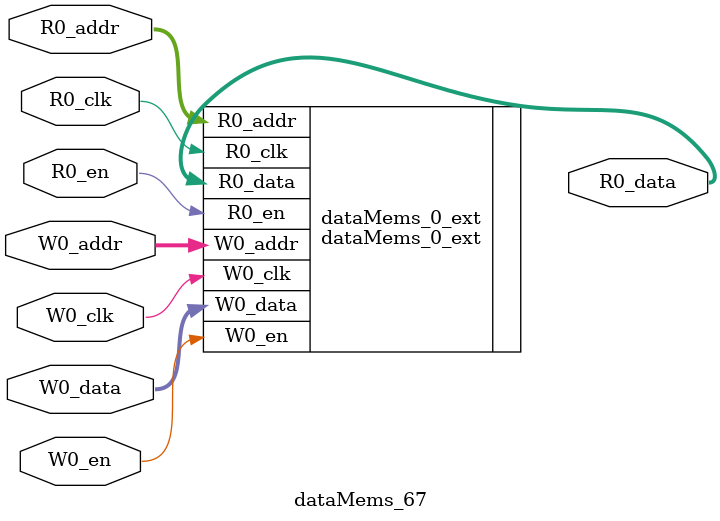
<source format=sv>
`ifndef RANDOMIZE
  `ifdef RANDOMIZE_REG_INIT
    `define RANDOMIZE
  `endif // RANDOMIZE_REG_INIT
`endif // not def RANDOMIZE
`ifndef RANDOMIZE
  `ifdef RANDOMIZE_MEM_INIT
    `define RANDOMIZE
  `endif // RANDOMIZE_MEM_INIT
`endif // not def RANDOMIZE

`ifndef RANDOM
  `define RANDOM $random
`endif // not def RANDOM

// Users can define 'PRINTF_COND' to add an extra gate to prints.
`ifndef PRINTF_COND_
  `ifdef PRINTF_COND
    `define PRINTF_COND_ (`PRINTF_COND)
  `else  // PRINTF_COND
    `define PRINTF_COND_ 1
  `endif // PRINTF_COND
`endif // not def PRINTF_COND_

// Users can define 'ASSERT_VERBOSE_COND' to add an extra gate to assert error printing.
`ifndef ASSERT_VERBOSE_COND_
  `ifdef ASSERT_VERBOSE_COND
    `define ASSERT_VERBOSE_COND_ (`ASSERT_VERBOSE_COND)
  `else  // ASSERT_VERBOSE_COND
    `define ASSERT_VERBOSE_COND_ 1
  `endif // ASSERT_VERBOSE_COND
`endif // not def ASSERT_VERBOSE_COND_

// Users can define 'STOP_COND' to add an extra gate to stop conditions.
`ifndef STOP_COND_
  `ifdef STOP_COND
    `define STOP_COND_ (`STOP_COND)
  `else  // STOP_COND
    `define STOP_COND_ 1
  `endif // STOP_COND
`endif // not def STOP_COND_

// Users can define INIT_RANDOM as general code that gets injected into the
// initializer block for modules with registers.
`ifndef INIT_RANDOM
  `define INIT_RANDOM
`endif // not def INIT_RANDOM

// If using random initialization, you can also define RANDOMIZE_DELAY to
// customize the delay used, otherwise 0.002 is used.
`ifndef RANDOMIZE_DELAY
  `define RANDOMIZE_DELAY 0.002
`endif // not def RANDOMIZE_DELAY

// Define INIT_RANDOM_PROLOG_ for use in our modules below.
`ifndef INIT_RANDOM_PROLOG_
  `ifdef RANDOMIZE
    `ifdef VERILATOR
      `define INIT_RANDOM_PROLOG_ `INIT_RANDOM
    `else  // VERILATOR
      `define INIT_RANDOM_PROLOG_ `INIT_RANDOM #`RANDOMIZE_DELAY begin end
    `endif // VERILATOR
  `else  // RANDOMIZE
    `define INIT_RANDOM_PROLOG_
  `endif // RANDOMIZE
`endif // not def INIT_RANDOM_PROLOG_

// Include register initializers in init blocks unless synthesis is set
`ifndef SYNTHESIS
  `ifndef ENABLE_INITIAL_REG_
    `define ENABLE_INITIAL_REG_
  `endif // not def ENABLE_INITIAL_REG_
`endif // not def SYNTHESIS

// Include rmemory initializers in init blocks unless synthesis is set
`ifndef SYNTHESIS
  `ifndef ENABLE_INITIAL_MEM_
    `define ENABLE_INITIAL_MEM_
  `endif // not def ENABLE_INITIAL_MEM_
`endif // not def SYNTHESIS

module dataMems_67(	// @[generators/ara/src/main/scala/UnsafeAXI4ToTL.scala:365:62]
  input  [4:0]   R0_addr,
  input          R0_en,
  input          R0_clk,
  output [258:0] R0_data,
  input  [4:0]   W0_addr,
  input          W0_en,
  input          W0_clk,
  input  [258:0] W0_data
);

  dataMems_0_ext dataMems_0_ext (	// @[generators/ara/src/main/scala/UnsafeAXI4ToTL.scala:365:62]
    .R0_addr (R0_addr),
    .R0_en   (R0_en),
    .R0_clk  (R0_clk),
    .R0_data (R0_data),
    .W0_addr (W0_addr),
    .W0_en   (W0_en),
    .W0_clk  (W0_clk),
    .W0_data (W0_data)
  );
endmodule


</source>
